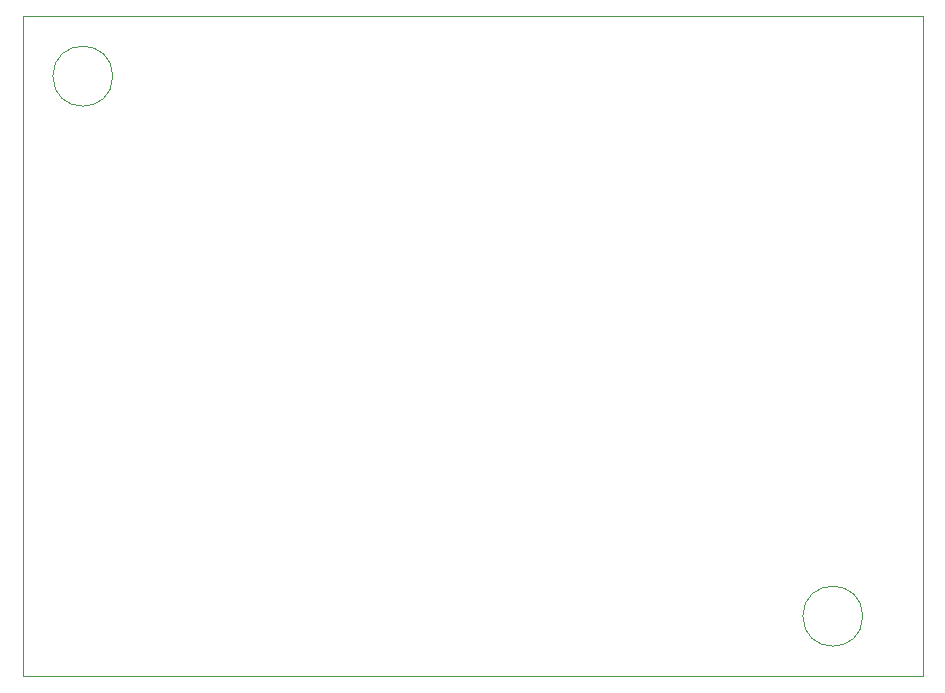
<source format=gbr>
%TF.GenerationSoftware,KiCad,Pcbnew,8.0.6*%
%TF.CreationDate,2024-12-10T23:47:37+05:30*%
%TF.ProjectId,PLL_type_2,504c4c5f-7479-4706-955f-322e6b696361,rev?*%
%TF.SameCoordinates,Original*%
%TF.FileFunction,Profile,NP*%
%FSLAX46Y46*%
G04 Gerber Fmt 4.6, Leading zero omitted, Abs format (unit mm)*
G04 Created by KiCad (PCBNEW 8.0.6) date 2024-12-10 23:47:37*
%MOMM*%
%LPD*%
G01*
G04 APERTURE LIST*
%TA.AperFunction,Profile*%
%ADD10C,0.050000*%
%TD*%
G04 APERTURE END LIST*
D10*
X172720000Y-114300000D02*
G75*
G02*
X167640000Y-114300000I-2540000J0D01*
G01*
X167640000Y-114300000D02*
G75*
G02*
X172720000Y-114300000I2540000J0D01*
G01*
X109220000Y-68580000D02*
G75*
G02*
X104140000Y-68580000I-2540000J0D01*
G01*
X104140000Y-68580000D02*
G75*
G02*
X109220000Y-68580000I2540000J0D01*
G01*
X177800000Y-63500000D02*
X177800000Y-119380000D01*
X177800000Y-119380000D02*
X101600000Y-119380000D01*
X101600000Y-63500000D02*
X104140000Y-63500000D01*
X101600000Y-119380000D02*
X101600000Y-63500000D01*
X104140000Y-63500000D02*
X177800000Y-63500000D01*
M02*

</source>
